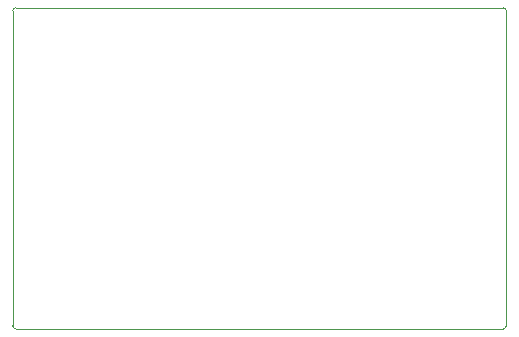
<source format=gm1>
%TF.GenerationSoftware,KiCad,Pcbnew,(5.1.6)-1*%
%TF.CreationDate,2021-02-06T14:44:40-06:00*%
%TF.ProjectId,Arduino_Clone,41726475-696e-46f5-9f43-6c6f6e652e6b,V 1.0*%
%TF.SameCoordinates,Original*%
%TF.FileFunction,Profile,NP*%
%FSLAX46Y46*%
G04 Gerber Fmt 4.6, Leading zero omitted, Abs format (unit mm)*
G04 Created by KiCad (PCBNEW (5.1.6)-1) date 2021-02-06 14:44:40*
%MOMM*%
%LPD*%
G01*
G04 APERTURE LIST*
%TA.AperFunction,Profile*%
%ADD10C,0.050000*%
%TD*%
G04 APERTURE END LIST*
D10*
X140208000Y-71882000D02*
X98933000Y-71882000D01*
X140462000Y-98806000D02*
X140462000Y-72136000D01*
X98933000Y-99060000D02*
X140208000Y-99060000D01*
X98679000Y-72136000D02*
X98679000Y-98806000D01*
X140208000Y-71882000D02*
G75*
G02*
X140462000Y-72136000I0J-254000D01*
G01*
X140462000Y-98806000D02*
G75*
G02*
X140208000Y-99060000I-254000J0D01*
G01*
X98933000Y-99060000D02*
G75*
G02*
X98679000Y-98806000I0J254000D01*
G01*
X98679000Y-72136000D02*
G75*
G02*
X98933000Y-71882000I254000J0D01*
G01*
M02*

</source>
